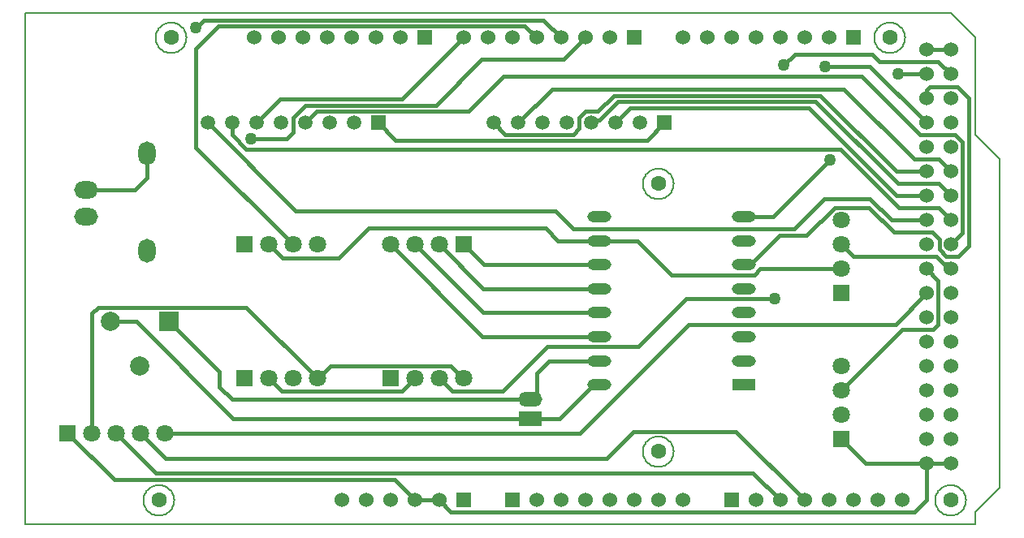
<source format=gbl>
%FSTAX23Y23*%
%MOIN*%
%SFA1B1*%

%IPPOS*%
%ADD10C,0.015000*%
%ADD11C,0.005000*%
%ADD12C,0.059000*%
%ADD13R,0.059000X0.059000*%
%ADD14C,0.071000*%
%ADD15R,0.071000X0.071000*%
%ADD16R,0.098000X0.047000*%
%ADD17O,0.098000X0.047000*%
%ADD18C,0.060000*%
%ADD19R,0.079000X0.079000*%
%ADD20C,0.079000*%
%ADD21O,0.071000X0.098000*%
%ADD22O,0.098000X0.071000*%
%ADD23R,0.060000X0.060000*%
%ADD24R,0.071000X0.071000*%
%ADD25C,0.063000*%
%ADD26R,0.098000X0.059000*%
%ADD27O,0.098000X0.059000*%
%ADD28C,0.050000*%
%LNdrivecontroller-1*%
%LPD*%
G54D10*
X021Y00514D02*
Y00623D01*
X018Y0115D02*
X01883Y01067D01*
X02359*
X017Y006D02*
X01753Y00547D01*
X01961*
X02144Y0073*
X02516*
X02713Y00927*
X03077*
X02127Y02073D02*
X022Y02D01*
X00734Y02073D02*
X02127D01*
X00702Y02041D02*
X00734Y02073D01*
X037Y0105D02*
X03748Y01002D01*
Y0082D02*
Y01002D01*
X03728Y008D02*
X03748Y0082D01*
X036Y008D02*
X03728D01*
X0335Y0055D02*
X036Y008D01*
X0375Y013D02*
X038Y0125D01*
X03588Y013D02*
X0375D01*
X03347Y01541D02*
X03588Y013D01*
X00909Y01541D02*
X03347D01*
X0085Y016D02*
X00909Y01541D01*
X0085Y016D02*
Y0165D01*
X03557Y0125D02*
X037D01*
X03468Y01339D02*
X03557Y0125D01*
X03281Y01339D02*
X03468D01*
X03157Y01215D02*
X03281Y01339D01*
X02252Y01215D02*
X03157D01*
X02179Y01288D02*
X02252Y01215D01*
X01112Y01288D02*
X02179D01*
X0075Y0165D02*
X01112Y01288D01*
X0375Y014D02*
X038Y0135D01*
X03584Y014D02*
X0375D01*
X03245Y01738D02*
X03584Y014D01*
X02435Y01738D02*
X03245D01*
X02358Y01662D02*
X02435Y01738D01*
X02325Y0165D02*
X02358Y01662D01*
X03579Y0135D02*
X037D01*
X03219Y0171D02*
X03579Y0135D01*
X02485Y0171D02*
X03219D01*
X02425Y0165D02*
X02485Y0171D01*
X0375Y015D02*
X038Y0145D01*
X0365Y015D02*
X0375D01*
X03362Y01788D02*
X0365Y015D01*
X02164Y01788D02*
X03362D01*
X02025Y0165D02*
X02164Y01788D01*
X01925Y0165D02*
X01972Y01603D01*
X0225*
X02275Y01628*
Y01672*
X023Y01697*
X02352*
X02418Y01763*
X03263*
X03577Y0145*
X037*
Y0175D02*
Y01786D01*
X03713Y01798*
X03827*
X03873Y01752*
Y01145D02*
Y01752D01*
X0383Y01102D02*
X03873Y01145D01*
X03781Y01102D02*
X0383D01*
X03753Y0113D02*
X03781Y01102D01*
X03753Y0113D02*
Y01173D01*
X03725Y012D02*
X03753Y01173D01*
X03567Y012D02*
X03725D01*
X03464Y01303D02*
X03567Y012D01*
X03325Y01303D02*
X03464D01*
X03209Y01187D02*
X03325Y01303D01*
X03096Y01187D02*
X03209D01*
X02976Y01067D02*
X03096Y01187D01*
X0295Y01067D02*
X02976D01*
X03114Y01887D02*
X0316Y01933D01*
X03476*
X03507Y01902*
X03748*
X038Y0185*
X0295Y01264D02*
X03071D01*
X03305Y01498*
X03585Y0185D02*
X037D01*
X0345Y0025D02*
X037D01*
X0335Y0035D02*
X0345Y0025D01*
X01516Y00184D02*
X016Y001D01*
X00366Y00184D02*
X01516D01*
X00175Y00375D02*
X00366Y00184D01*
X01747Y00653D02*
X018Y006D01*
X01253Y00653D02*
X01747D01*
X012Y006D02*
X01253Y00653D01*
X00855Y00436D02*
X02075D01*
X00456Y00835D02*
X00855Y00436D01*
X0035Y00835D02*
X00456D01*
X0085Y00514D02*
X02075D01*
X00798Y00566D02*
X0085Y00514D01*
X00798Y00566D02*
Y00627D01*
X0059Y00835D02*
X00798Y00627D01*
X02188Y01166D02*
X02359D01*
X02136Y01218D02*
X02188Y01166D01*
X0141Y01218D02*
X02136D01*
X01286Y01094D02*
X0141Y01218D01*
X01056Y01094D02*
X01286D01*
X01Y0115D02*
X01056Y01094D01*
X03283Y01883D02*
X03467D01*
X037Y0165*
Y00102D02*
Y0025D01*
X0365Y00052D02*
X037Y00102D01*
X01748Y00052D02*
X0365D01*
X017Y001D02*
X01748Y00052D01*
X0378Y0107D02*
X038Y0105D01*
X03772Y0107D02*
X0378D01*
X03742Y011D02*
X03772Y0107D01*
X034Y011D02*
X03742D01*
X0335Y0115D02*
X034Y011D01*
X0115Y0165D02*
X01197Y01697D01*
X01822*
X01965Y0184*
X03435*
X03675Y016*
X03818*
X03848Y0157*
Y01198D02*
Y0157D01*
X038Y0115D02*
X03848Y01198D01*
X0095Y0165D02*
X01047Y01747D01*
X01547*
X018Y02*
X00929Y01585D02*
X01075D01*
X011Y0161*
Y01672*
X0115Y01722*
X01687*
X01875Y0191*
X0221*
X023Y02*
X02052Y02048D02*
X021Y02D01*
X00794Y02048D02*
X02052D01*
X00702Y01956D02*
X00794Y02048D01*
X00702Y01548D02*
Y01956D01*
Y01548D02*
X011Y0115D01*
X00575Y00375D02*
X02276D01*
X02724Y00823*
X03573*
X037Y0095*
X005Y01425D02*
Y01525D01*
X0045Y01375D02*
X005Y01425D01*
X0025Y01375D02*
X0045D01*
X02075Y00514D02*
X021D01*
Y00623D02*
X0215Y00673D01*
X02359*
X02334Y00575D02*
X02359D01*
X02195Y00436D02*
X02334Y00575D01*
X02075Y00436D02*
X02195D01*
X01878Y00772D02*
X02359D01*
X015Y0115D02*
X01878Y00772D01*
X0188Y0087D02*
X02359D01*
X016Y0115D02*
X0188Y0087D01*
X01881Y00969D02*
X02359D01*
X017Y0115D02*
X01881Y00969D01*
X00275Y00375D02*
Y00867D01*
X003Y00892*
X00908*
X012Y006*
X0145Y0165D02*
X01522Y01578D01*
X02553*
X02625Y0165*
X02359Y01166D02*
X02515D01*
X02655Y01026*
X02993*
X03017Y0105*
X0335*
X00375Y00375D02*
X00537Y00213D01*
X02987*
X031Y001*
X00475Y00375D02*
X00579Y00271D01*
X02388*
X02498Y00381*
X02919*
X032Y001*
X01547Y00547D02*
X016Y006D01*
X01053Y00547D02*
X01547D01*
X01Y006D02*
X01053Y00547D01*
X037Y0025D02*
X038D01*
X016Y001D02*
X017D01*
X037Y0195D02*
X038D01*
G54D11*
X03863Y001D02*
D01*
X03862Y00104*
X03862Y00108*
X03861Y00113*
X0386Y00117*
X03859Y00121*
X03857Y00125*
X03855Y00129*
X03853Y00133*
X0385Y00137*
X03848Y0014*
X03845Y00143*
X03842Y00146*
X03838Y00149*
X03835Y00152*
X03831Y00154*
X03827Y00156*
X03823Y00158*
X03819Y00159*
X03815Y00161*
X0381Y00162*
X03806Y00162*
X03802Y00162*
X03797*
X03793Y00162*
X03789Y00162*
X03784Y00161*
X0378Y00159*
X03776Y00158*
X03772Y00156*
X03768Y00154*
X03764Y00152*
X03761Y00149*
X03757Y00146*
X03754Y00143*
X03751Y0014*
X03749Y00137*
X03746Y00133*
X03744Y00129*
X03742Y00125*
X0374Y00121*
X03739Y00117*
X03738Y00113*
X03737Y00108*
X03737Y00104*
X03737Y001*
X03737Y00095*
X03737Y00091*
X03738Y00086*
X03739Y00082*
X0374Y00078*
X03742Y00074*
X03744Y0007*
X03746Y00066*
X03749Y00062*
X03751Y00059*
X03754Y00056*
X03757Y00053*
X03761Y0005*
X03764Y00047*
X03768Y00045*
X03772Y00043*
X03776Y00041*
X0378Y0004*
X03784Y00038*
X03789Y00037*
X03793Y00037*
X03797Y00037*
X03802*
X03806Y00037*
X0381Y00037*
X03815Y00038*
X03819Y0004*
X03823Y00041*
X03827Y00043*
X03831Y00045*
X03835Y00047*
X03838Y0005*
X03842Y00053*
X03845Y00056*
X03848Y00059*
X0385Y00062*
X03853Y00066*
X03855Y0007*
X03857Y00074*
X03859Y00078*
X0386Y00082*
X03861Y00086*
X03862Y00091*
X03862Y00095*
X03863Y001*
X03613Y02D02*
D01*
X03612Y02004*
X03612Y02008*
X03611Y02013*
X0361Y02017*
X03609Y02021*
X03607Y02025*
X03605Y02029*
X03603Y02033*
X036Y02037*
X03598Y0204*
X03595Y02043*
X03592Y02046*
X03588Y02049*
X03585Y02052*
X03581Y02054*
X03577Y02056*
X03573Y02058*
X03569Y02059*
X03565Y02061*
X0356Y02062*
X03556Y02062*
X03552Y02062*
X03547*
X03543Y02062*
X03539Y02062*
X03534Y02061*
X0353Y02059*
X03526Y02058*
X03522Y02056*
X03518Y02054*
X03514Y02052*
X03511Y02049*
X03507Y02046*
X03504Y02043*
X03501Y0204*
X03499Y02037*
X03496Y02033*
X03494Y02029*
X03492Y02025*
X0349Y02021*
X03489Y02017*
X03488Y02013*
X03487Y02008*
X03487Y02004*
X03487Y02*
X03487Y01995*
X03487Y01991*
X03488Y01986*
X03489Y01982*
X0349Y01978*
X03492Y01974*
X03494Y0197*
X03496Y01966*
X03499Y01962*
X03501Y01959*
X03504Y01956*
X03507Y01953*
X03511Y0195*
X03514Y01947*
X03518Y01945*
X03522Y01943*
X03526Y01941*
X0353Y0194*
X03534Y01938*
X03539Y01937*
X03543Y01937*
X03547Y01937*
X03552*
X03556Y01937*
X0356Y01937*
X03565Y01938*
X03569Y0194*
X03573Y01941*
X03577Y01943*
X03581Y01945*
X03585Y01947*
X03588Y0195*
X03592Y01953*
X03595Y01956*
X03598Y01959*
X036Y01962*
X03603Y01966*
X03605Y0197*
X03607Y01974*
X03609Y01978*
X0361Y01982*
X03611Y01986*
X03612Y01991*
X03612Y01995*
X03613Y02*
X02663Y014D02*
D01*
X02662Y01404*
X02662Y01408*
X02661Y01413*
X0266Y01417*
X02659Y01421*
X02657Y01425*
X02655Y01429*
X02653Y01433*
X0265Y01437*
X02648Y0144*
X02645Y01443*
X02642Y01446*
X02638Y01449*
X02635Y01452*
X02631Y01454*
X02627Y01456*
X02623Y01458*
X02619Y01459*
X02615Y01461*
X0261Y01462*
X02606Y01462*
X02602Y01462*
X02597*
X02593Y01462*
X02589Y01462*
X02584Y01461*
X0258Y01459*
X02576Y01458*
X02572Y01456*
X02568Y01454*
X02564Y01452*
X02561Y01449*
X02557Y01446*
X02554Y01443*
X02551Y0144*
X02549Y01437*
X02546Y01433*
X02544Y01429*
X02542Y01425*
X0254Y01421*
X02539Y01417*
X02538Y01413*
X02537Y01408*
X02537Y01404*
X02537Y014*
X02537Y01395*
X02537Y01391*
X02538Y01386*
X02539Y01382*
X0254Y01378*
X02542Y01374*
X02544Y0137*
X02546Y01366*
X02549Y01362*
X02551Y01359*
X02554Y01356*
X02557Y01353*
X02561Y0135*
X02564Y01347*
X02568Y01345*
X02572Y01343*
X02576Y01341*
X0258Y0134*
X02584Y01338*
X02589Y01337*
X02593Y01337*
X02597Y01337*
X02602*
X02606Y01337*
X0261Y01337*
X02615Y01338*
X02619Y0134*
X02623Y01341*
X02627Y01343*
X02631Y01345*
X02635Y01347*
X02638Y0135*
X02642Y01353*
X02645Y01356*
X02648Y01359*
X0265Y01362*
X02653Y01366*
X02655Y0137*
X02657Y01374*
X02659Y01378*
X0266Y01382*
X02661Y01386*
X02662Y01391*
X02662Y01395*
X02663Y014*
X00613Y001D02*
D01*
X00612Y00104*
X00612Y00108*
X00611Y00113*
X0061Y00117*
X00609Y00121*
X00607Y00125*
X00605Y00129*
X00603Y00133*
X006Y00137*
X00598Y0014*
X00595Y00143*
X00592Y00146*
X00588Y00149*
X00585Y00152*
X00581Y00154*
X00577Y00156*
X00573Y00158*
X00569Y00159*
X00565Y00161*
X0056Y00162*
X00556Y00162*
X00552Y00162*
X00547*
X00543Y00162*
X00539Y00162*
X00534Y00161*
X0053Y00159*
X00526Y00158*
X00522Y00156*
X00518Y00154*
X00514Y00152*
X00511Y00149*
X00507Y00146*
X00504Y00143*
X00501Y0014*
X00499Y00137*
X00496Y00133*
X00494Y00129*
X00492Y00125*
X0049Y00121*
X00489Y00117*
X00488Y00113*
X00487Y00108*
X00487Y00104*
X00487Y001*
X00487Y00095*
X00487Y00091*
X00488Y00086*
X00489Y00082*
X0049Y00078*
X00492Y00074*
X00494Y0007*
X00496Y00066*
X00499Y00062*
X00501Y00059*
X00504Y00056*
X00507Y00053*
X00511Y0005*
X00514Y00047*
X00518Y00045*
X00522Y00043*
X00526Y00041*
X0053Y0004*
X00534Y00038*
X00539Y00037*
X00543Y00037*
X00547Y00037*
X00552*
X00556Y00037*
X0056Y00037*
X00565Y00038*
X00569Y0004*
X00573Y00041*
X00577Y00043*
X00581Y00045*
X00585Y00047*
X00588Y0005*
X00592Y00053*
X00595Y00056*
X00598Y00059*
X006Y00062*
X00603Y00066*
X00605Y0007*
X00607Y00074*
X00609Y00078*
X0061Y00082*
X00611Y00086*
X00612Y00091*
X00612Y00095*
X00613Y001*
X02663Y003D02*
D01*
X02662Y00304*
X02662Y00308*
X02661Y00313*
X0266Y00317*
X02659Y00321*
X02657Y00325*
X02655Y00329*
X02653Y00333*
X0265Y00337*
X02648Y0034*
X02645Y00343*
X02642Y00346*
X02638Y00349*
X02635Y00352*
X02631Y00354*
X02627Y00356*
X02623Y00358*
X02619Y00359*
X02615Y00361*
X0261Y00362*
X02606Y00362*
X02602Y00362*
X02597*
X02593Y00362*
X02589Y00362*
X02584Y00361*
X0258Y00359*
X02576Y00358*
X02572Y00356*
X02568Y00354*
X02564Y00352*
X02561Y00349*
X02557Y00346*
X02554Y00343*
X02551Y0034*
X02549Y00337*
X02546Y00333*
X02544Y00329*
X02542Y00325*
X0254Y00321*
X02539Y00317*
X02538Y00313*
X02537Y00308*
X02537Y00304*
X02537Y003*
X02537Y00295*
X02537Y00291*
X02538Y00286*
X02539Y00282*
X0254Y00278*
X02542Y00274*
X02544Y0027*
X02546Y00266*
X02549Y00262*
X02551Y00259*
X02554Y00256*
X02557Y00253*
X02561Y0025*
X02564Y00247*
X02568Y00245*
X02572Y00243*
X02576Y00241*
X0258Y0024*
X02584Y00238*
X02589Y00237*
X02593Y00237*
X02597Y00237*
X02602*
X02606Y00237*
X0261Y00237*
X02615Y00238*
X02619Y0024*
X02623Y00241*
X02627Y00243*
X02631Y00245*
X02635Y00247*
X02638Y0025*
X02642Y00253*
X02645Y00256*
X02648Y00259*
X0265Y00262*
X02653Y00266*
X02655Y0027*
X02657Y00274*
X02659Y00278*
X0266Y00282*
X02661Y00286*
X02662Y00291*
X02662Y00295*
X02663Y003*
X00663Y02D02*
D01*
X00662Y02004*
X00662Y02008*
X00661Y02013*
X0066Y02017*
X00659Y02021*
X00657Y02025*
X00655Y02029*
X00653Y02033*
X0065Y02037*
X00648Y0204*
X00645Y02043*
X00642Y02046*
X00638Y02049*
X00635Y02052*
X00631Y02054*
X00627Y02056*
X00623Y02058*
X00619Y02059*
X00615Y02061*
X0061Y02062*
X00606Y02062*
X00602Y02062*
X00597*
X00593Y02062*
X00589Y02062*
X00584Y02061*
X0058Y02059*
X00576Y02058*
X00572Y02056*
X00568Y02054*
X00564Y02052*
X00561Y02049*
X00557Y02046*
X00554Y02043*
X00551Y0204*
X00549Y02037*
X00546Y02033*
X00544Y02029*
X00542Y02025*
X0054Y02021*
X00539Y02017*
X00538Y02013*
X00537Y02008*
X00537Y02004*
X00537Y02*
X00537Y01995*
X00537Y01991*
X00538Y01986*
X00539Y01982*
X0054Y01978*
X00542Y01974*
X00544Y0197*
X00546Y01966*
X00549Y01962*
X00551Y01959*
X00554Y01956*
X00557Y01953*
X00561Y0195*
X00564Y01947*
X00568Y01945*
X00572Y01943*
X00576Y01941*
X0058Y0194*
X00584Y01938*
X00589Y01937*
X00593Y01937*
X00597Y01937*
X00602*
X00606Y01937*
X0061Y01937*
X00615Y01938*
X00619Y0194*
X00623Y01941*
X00627Y01943*
X00631Y01945*
X00635Y01947*
X00638Y0195*
X00642Y01953*
X00645Y01956*
X00648Y01959*
X0065Y01962*
X00653Y01966*
X00655Y0197*
X00657Y01974*
X00659Y01978*
X0066Y01982*
X00661Y01986*
X00662Y01991*
X00662Y01995*
X00663Y02*
X0Y0D02*
Y021D01*
X038*
X0Y0D02*
X039D01*
X038Y021D02*
X039Y02D01*
Y016D02*
Y02D01*
Y016D02*
X04Y015D01*
Y0015D02*
Y015D01*
X039Y0005D02*
X04Y0015D01*
X039Y0D02*
Y0005D01*
G54D12*
X01925Y0165D03*
X02025D03*
X02125D03*
X02225D03*
X02325D03*
X02425D03*
X02525D03*
X0075D03*
X0085D03*
X0095D03*
X0105D03*
X0115D03*
X0125D03*
X0135D03*
G54D13*
X02625Y0165D03*
X0145D03*
G54D14*
X0335Y0125D03*
Y0115D03*
Y0105D03*
Y0065D03*
Y0055D03*
Y0045D03*
X012Y0115D03*
X011D03*
X01D03*
X00275Y00375D03*
X00375D03*
X00475D03*
X00575D03*
X012Y006D03*
X011D03*
X01D03*
X018D03*
X017D03*
X016D03*
X015Y0115D03*
X016D03*
X017D03*
G54D15*
X0335Y0095D03*
Y0035D03*
G54D16*
X0295Y00575D03*
G54D17*
X0295Y00673D03*
Y00772D03*
Y0087D03*
Y00969D03*
Y01067D03*
Y01166D03*
Y01264D03*
X02359Y00575D03*
Y00673D03*
Y00772D03*
Y0087D03*
Y00969D03*
Y01067D03*
Y01166D03*
Y01264D03*
G54D18*
X038Y0195D03*
X037D03*
X038Y0185D03*
X037D03*
X038Y0175D03*
X037D03*
X038Y0165D03*
X037D03*
X038Y0155D03*
X037D03*
X038Y0145D03*
X037D03*
X038Y0135D03*
X037D03*
X038Y0125D03*
X037D03*
X038Y0115D03*
X037D03*
Y0105D03*
X038D03*
Y0095D03*
X037D03*
X038Y0085D03*
X037D03*
X038Y0075D03*
X037D03*
X038Y0065D03*
X037D03*
X038Y0055D03*
X037D03*
X038Y0045D03*
X037D03*
X038Y0035D03*
X037D03*
X038Y0025D03*
X037D03*
X023Y02D03*
X024D03*
X018D03*
X019D03*
X02D03*
X021D03*
X022D03*
X0144D03*
X0154D03*
X0094D03*
X0104D03*
X0114D03*
X0124D03*
X0134D03*
X017Y001D03*
X016D03*
X015D03*
X014D03*
X013D03*
X032Y02D03*
X033D03*
X027D03*
X028D03*
X029D03*
X03D03*
X031D03*
X022Y001D03*
X021D03*
X027D03*
X026D03*
X025D03*
X024D03*
X023D03*
X031D03*
X03D03*
X036D03*
X035D03*
X034D03*
X033D03*
X032D03*
G54D19*
X0059Y00835D03*
G54D20*
X0035Y00835D03*
X0047Y0065D03*
G54D21*
X005Y01525D03*
Y01125D03*
G54D22*
X0025Y01375D03*
Y01265D03*
G54D23*
X025Y02D03*
X0164D03*
X018Y001D03*
X034Y02D03*
X02Y001D03*
X029D03*
G54D24*
X009Y0115D03*
X00175Y00375D03*
X009Y006D03*
X015D03*
X018Y0115D03*
G54D25*
X0355Y02D03*
X038Y001D03*
X026Y003D03*
Y014D03*
X0055Y001D03*
X006Y02D03*
G54D26*
X02075Y00436D03*
G54D27*
X02075Y00514D03*
G54D28*
X03077Y00927D03*
X00702Y02041D03*
X03114Y01887D03*
X03305Y01498D03*
X03585Y0185D03*
X03283Y01883D03*
X00929Y01585D03*
M02*
</source>
